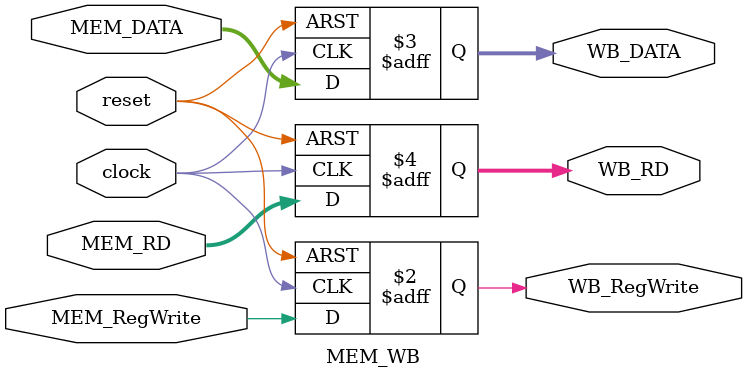
<source format=v>
/* MEM_WB.v
 * UMAINE ECE 473
 * Initial Author: Ryan Kinney <ryan.kinney@maine.edu>
 * Other Authors: Landyn Francis <landyn.francis@maine.edu> ...
 * Description:
	 The pipeline register between the memory (MEM)
	 and write-back (WB) stages of the CPU. Contains the data
	 and control signals.
*/

module MEM_WB(
	input wire MEM_RegWrite, // write into the register?
	output reg WB_RegWrite,
	
	input wire [31:0] MEM_DATA, // data to be written into the register
	output reg [31:0] WB_DATA,
	
	input wire [4:0] MEM_RD, // address of the register to write into
	output reg [4:0] WB_RD,
	
	input wire clock, // clock and reset lines
	input wire reset);

	always @(posedge clock or posedge reset) begin
		if(reset) begin
			// reset; set all outputs back to zero
			WB_RegWrite <= 1'd0;
			WB_DATA <= 31'd0;
			WB_RD <= 5'd0;
		end else begin
			// write the new values on rising clock edge
			WB_RegWrite <= MEM_RegWrite;
			WB_DATA <= MEM_DATA;
			WB_RD <= MEM_RD;
		end
	end
endmodule

</source>
